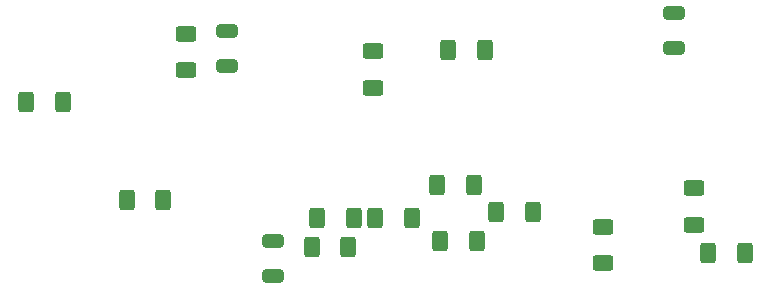
<source format=gbr>
%TF.GenerationSoftware,KiCad,Pcbnew,7.0.2*%
%TF.CreationDate,2023-05-22T23:48:16+02:00*%
%TF.ProjectId,ToneLighter,546f6e65-4c69-4676-9874-65722e6b6963,rev?*%
%TF.SameCoordinates,Original*%
%TF.FileFunction,Paste,Bot*%
%TF.FilePolarity,Positive*%
%FSLAX46Y46*%
G04 Gerber Fmt 4.6, Leading zero omitted, Abs format (unit mm)*
G04 Created by KiCad (PCBNEW 7.0.2) date 2023-05-22 23:48:16*
%MOMM*%
%LPD*%
G01*
G04 APERTURE LIST*
G04 Aperture macros list*
%AMRoundRect*
0 Rectangle with rounded corners*
0 $1 Rounding radius*
0 $2 $3 $4 $5 $6 $7 $8 $9 X,Y pos of 4 corners*
0 Add a 4 corners polygon primitive as box body*
4,1,4,$2,$3,$4,$5,$6,$7,$8,$9,$2,$3,0*
0 Add four circle primitives for the rounded corners*
1,1,$1+$1,$2,$3*
1,1,$1+$1,$4,$5*
1,1,$1+$1,$6,$7*
1,1,$1+$1,$8,$9*
0 Add four rect primitives between the rounded corners*
20,1,$1+$1,$2,$3,$4,$5,0*
20,1,$1+$1,$4,$5,$6,$7,0*
20,1,$1+$1,$6,$7,$8,$9,0*
20,1,$1+$1,$8,$9,$2,$3,0*%
G04 Aperture macros list end*
%ADD10RoundRect,0.250000X0.625000X-0.400000X0.625000X0.400000X-0.625000X0.400000X-0.625000X-0.400000X0*%
%ADD11RoundRect,0.250000X0.400000X0.625000X-0.400000X0.625000X-0.400000X-0.625000X0.400000X-0.625000X0*%
%ADD12RoundRect,0.250000X-0.400000X-0.625000X0.400000X-0.625000X0.400000X0.625000X-0.400000X0.625000X0*%
%ADD13RoundRect,0.250000X0.650000X-0.325000X0.650000X0.325000X-0.650000X0.325000X-0.650000X-0.325000X0*%
%ADD14RoundRect,0.250000X-0.650000X0.325000X-0.650000X-0.325000X0.650000X-0.325000X0.650000X0.325000X0*%
G04 APERTURE END LIST*
D10*
%TO.C,R15*%
X103523000Y-51971000D03*
X103523000Y-48871000D03*
%TD*%
D11*
%TO.C,R14*%
X113000000Y-48750000D03*
X109900000Y-48750000D03*
%TD*%
D10*
%TO.C,R13*%
X123000000Y-66850000D03*
X123000000Y-63750000D03*
%TD*%
D11*
%TO.C,R11*%
X106850000Y-63000000D03*
X103750000Y-63000000D03*
%TD*%
%TO.C,R10*%
X101900000Y-63000000D03*
X98800000Y-63000000D03*
%TD*%
%TO.C,R9*%
X101450000Y-65500000D03*
X98350000Y-65500000D03*
%TD*%
%TO.C,R8*%
X117100000Y-62500000D03*
X114000000Y-62500000D03*
%TD*%
%TO.C,R7*%
X112100000Y-60250000D03*
X109000000Y-60250000D03*
%TD*%
D10*
%TO.C,R6*%
X87723000Y-50521000D03*
X87723000Y-47421000D03*
%TD*%
D11*
%TO.C,R5*%
X112350000Y-65000000D03*
X109250000Y-65000000D03*
%TD*%
%TO.C,R4*%
X77273000Y-53171000D03*
X74173000Y-53171000D03*
%TD*%
D12*
%TO.C,R3*%
X135050000Y-66000000D03*
X131950000Y-66000000D03*
%TD*%
D10*
%TO.C,R2*%
X130750000Y-63600000D03*
X130750000Y-60500000D03*
%TD*%
D11*
%TO.C,R1*%
X85800000Y-61500000D03*
X82700000Y-61500000D03*
%TD*%
D13*
%TO.C,C7*%
X129000000Y-48646000D03*
X129000000Y-45696000D03*
%TD*%
D14*
%TO.C,C5*%
X91223000Y-47221000D03*
X91223000Y-50171000D03*
%TD*%
D13*
%TO.C,C4*%
X95100000Y-65000000D03*
X95100000Y-67950000D03*
%TD*%
M02*

</source>
